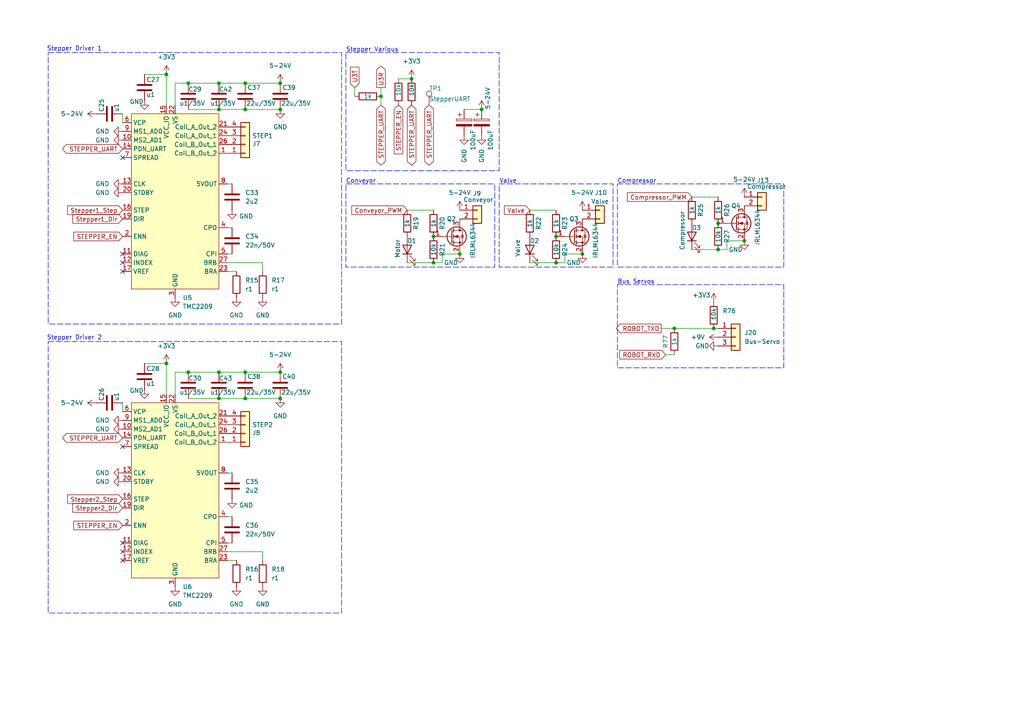
<source format=kicad_sch>
(kicad_sch (version 20250114) (generator "eeschema") (generator_version "9.0")
  (paper "A4")
  (lib_symbols
    (symbol "Connector:TestPoint" (pin_numbers (hide yes)) (pin_names (offset 0.762) (hide yes))
      (property "Reference" "TP" (at 0 6.858 0))
      (property "Value" "TestPoint" (at 0 5.08 0))
      (symbol "TestPoint_0_1"
        (circle (center 0 3.302) (radius 0.762))
      )
      (symbol "TestPoint_1_1"
        (pin passive line (at 0 0 90) (length 2.54) (name "1") (number "1"))
      )
    )
    (symbol "Connector_Generic:Conn_01x02" (pin_names (offset 1.016) (hide yes))
      (property "Reference" "J" (at 0 2.54 0))
      (property "Value" "Conn_01x02" (at 0 -5.08 0))
      (symbol "Conn_01x02_1_1"
        (rectangle (start -1.27 1.27) (end 1.27 -3.81) (stroke (width 0.254)) (fill (type background)))
        (rectangle (start -1.27 0.127) (end 0 -0.127) (stroke (width 0.1524)))
        (rectangle (start -1.27 -2.413) (end 0 -2.667) (stroke (width 0.1524)))
        (pin passive line (at -5.08 0 0) (length 3.81) (name "Pin_1") (number "1"))
        (pin passive line (at -5.08 -2.54 0) (length 3.81) (name "Pin_2") (number "2"))
      )
    )
    (symbol "Connector_Generic:Conn_01x03" (pin_names (offset 1.016) (hide yes))
      (property "Reference" "J" (at 0 5.08 0))
      (property "Value" "Conn_01x03" (at 0 -5.08 0))
      (symbol "Conn_01x03_1_1"
        (rectangle (start -1.27 3.81) (end 1.27 -3.81) (stroke (width 0.254)) (fill (type background)))
        (rectangle (start -1.27 2.667) (end 0 2.413) (stroke (width 0.1524)))
        (rectangle (start -1.27 0.127) (end 0 -0.127) (stroke (width 0.1524)))
        (rectangle (start -1.27 -2.413) (end 0 -2.667) (stroke (width 0.1524)))
        (pin passive line (at -5.08 2.54 0) (length 3.81) (name "Pin_1") (number "1"))
        (pin passive line (at -5.08 0 0) (length 3.81) (name "Pin_2") (number "2"))
        (pin passive line (at -5.08 -2.54 0) (length 3.81) (name "Pin_3") (number "3"))
      )
    )
    (symbol "Connector_Generic:Conn_01x04" (pin_names (offset 1.016) (hide yes))
      (property "Reference" "J" (at 0 5.08 0))
      (property "Value" "Conn_01x04" (at 0 -7.62 0))
      (symbol "Conn_01x04_1_1"
        (rectangle (start -1.27 3.81) (end 1.27 -6.35) (stroke (width 0.254)) (fill (type background)))
        (rectangle (start -1.27 2.667) (end 0 2.413) (stroke (width 0.1524)))
        (rectangle (start -1.27 0.127) (end 0 -0.127) (stroke (width 0.1524)))
        (rectangle (start -1.27 -2.413) (end 0 -2.667) (stroke (width 0.1524)))
        (rectangle (start -1.27 -4.953) (end 0 -5.207) (stroke (width 0.1524)))
        (pin passive line (at -5.08 2.54 0) (length 3.81) (name "Pin_1") (number "1"))
        (pin passive line (at -5.08 0 0) (length 3.81) (name "Pin_2") (number "2"))
        (pin passive line (at -5.08 -2.54 0) (length 3.81) (name "Pin_3") (number "3"))
        (pin passive line (at -5.08 -5.08 0) (length 3.81) (name "Pin_4") (number "4"))
      )
    )
    (symbol "Device:C" (pin_numbers (hide yes)) (pin_names (offset 0.254))
      (property "Reference" "C" (at 0.635 2.54 0))
      (property "Value" "C" (at 0.635 -2.54 0))
      (symbol "C_0_1"
        (polyline (pts (xy -2.032 0.762) (xy 2.032 0.762)) (stroke (width 0.508)))
        (polyline (pts (xy -2.032 -0.762) (xy 2.032 -0.762)) (stroke (width 0.508)))
      )
      (symbol "C_1_1"
        (pin passive line (at 0 3.81 270) (length 2.794) (name "~") (number "1"))
        (pin passive line (at 0 -3.81 90) (length 2.794) (name "~") (number "2"))
      )
    )
    (symbol "Device:C_Polarized" (pin_numbers (hide yes)) (pin_names (offset 0.254))
      (property "Reference" "C" (at 0.635 2.54 0))
      (property "Value" "C_Polarized" (at 0.635 -2.54 0))
      (symbol "C_Polarized_0_1"
        (rectangle (start -2.286 0.508) (end 2.286 1.016))
        (polyline (pts (xy -1.778 2.286) (xy -0.762 2.286)))
        (polyline (pts (xy -1.27 2.794) (xy -1.27 1.778)))
        (rectangle (start 2.286 -0.508) (end -2.286 -1.016) (fill (type outline)))
      )
      (symbol "C_Polarized_1_1"
        (pin passive line (at 0 3.81 270) (length 2.794) (name "~") (number "1"))
        (pin passive line (at 0 -3.81 90) (length 2.794) (name "~") (number "2"))
      )
    )
    (symbol "Device:LED" (pin_numbers (hide yes)) (pin_names (offset 1.016) (hide yes))
      (property "Reference" "D" (at 0 2.54 0))
      (property "Value" "LED" (at 0 -2.54 0))
      (symbol "LED_0_1"
        (polyline (pts (xy -3.048 -0.762) (xy -4.572 -2.286) (xy -3.81 -2.286) (xy -4.572 -2.286) (xy -4.572 -1.524)))
        (polyline (pts (xy -1.778 -0.762) (xy -3.302 -2.286) (xy -2.54 -2.286) (xy -3.302 -2.286) (xy -3.302 -1.524)))
        (polyline (pts (xy -1.27 0) (xy 1.27 0)))
        (polyline (pts (xy -1.27 -1.27) (xy -1.27 1.27)) (stroke (width 0.254)))
        (polyline (pts (xy 1.27 -1.27) (xy 1.27 1.27) (xy -1.27 0) (xy 1.27 -1.27)) (stroke (width 0.254)))
      )
      (symbol "LED_1_1"
        (pin passive line (at -3.81 0 0) (length 2.54) (name "K") (number "1"))
        (pin passive line (at 3.81 0 180) (length 2.54) (name "A") (number "2"))
      )
    )
    (symbol "Device:R" (pin_numbers (hide yes)) (pin_names (offset 0))
      (property "Reference" "R" (at 2.032 0 90))
      (property "Value" "R" (at 0 0 90))
      (symbol "R_0_1"
        (rectangle (start -1.016 -2.54) (end 1.016 2.54) (stroke (width 0.254)))
      )
      (symbol "R_1_1"
        (pin passive line (at 0 3.81 270) (length 1.27) (name "~") (number "1"))
        (pin passive line (at 0 -3.81 90) (length 1.27) (name "~") (number "2"))
      )
    )
    (symbol "IRLML0030_1" (pin_names (offset 0) (hide yes))
      (property "Reference" "Q" (at 5.08 1.905 0))
      (property "Value" "IRLML0030" (at 5.08 0 0))
      (symbol "IRLML0030_1_0_1"
        (polyline (pts (xy 0.254 1.905) (xy 0.254 -1.905)) (stroke (width 0.254)))
        (polyline (pts (xy 0.254 0) (xy -2.54 0)))
        (polyline (pts (xy 0.762 2.286) (xy 0.762 1.27)) (stroke (width 0.254)))
        (polyline (pts (xy 0.762 0.508) (xy 0.762 -0.508)) (stroke (width 0.254)))
        (polyline (pts (xy 0.762 -1.27) (xy 0.762 -2.286)) (stroke (width 0.254)))
        (polyline (pts (xy 0.762 -1.778) (xy 3.302 -1.778) (xy 3.302 1.778) (xy 0.762 1.778)))
        (polyline (pts (xy 1.016 0) (xy 2.032 0.381) (xy 2.032 -0.381) (xy 1.016 0)) (fill (type outline)))
        (circle (center 1.651 0) (radius 2.794) (stroke (width 0.254)))
        (polyline (pts (xy 2.54 2.54) (xy 2.54 1.778)))
        (circle (center 2.54 1.778) (radius 0.254) (fill (type outline)))
        (circle (center 2.54 -1.778) (radius 0.254) (fill (type outline)))
        (polyline (pts (xy 2.54 -2.54) (xy 2.54 0) (xy 0.762 0)))
        (polyline (pts (xy 2.921 0.381) (xy 3.683 0.381)))
        (polyline (pts (xy 3.302 0.381) (xy 2.921 -0.254) (xy 3.683 -0.254) (xy 3.302 0.381)))
      )
      (symbol "IRLML0030_1_1_1"
        (pin input line (at -5.08 0 0) (length 2.54) (name "G") (number "1"))
        (pin passive line (at 2.54 5.08 270) (length 2.54) (name "D") (number "3"))
        (pin passive line (at 2.54 -5.08 90) (length 2.54) (name "S") (number "2"))
      )
    )
    (symbol "IRLML0030_2" (pin_names (offset 0) (hide yes))
      (property "Reference" "Q" (at 5.08 1.905 0))
      (property "Value" "IRLML0030" (at 5.08 0 0))
      (symbol "IRLML0030_2_0_1"
        (polyline (pts (xy 0.254 1.905) (xy 0.254 -1.905)) (stroke (width 0.254)))
        (polyline (pts (xy 0.254 0) (xy -2.54 0)))
        (polyline (pts (xy 0.762 2.286) (xy 0.762 1.27)) (stroke (width 0.254)))
        (polyline (pts (xy 0.762 0.508) (xy 0.762 -0.508)) (stroke (width 0.254)))
        (polyline (pts (xy 0.762 -1.27) (xy 0.762 -2.286)) (stroke (width 0.254)))
        (polyline (pts (xy 0.762 -1.778) (xy 3.302 -1.778) (xy 3.302 1.778) (xy 0.762 1.778)))
        (polyline (pts (xy 1.016 0) (xy 2.032 0.381) (xy 2.032 -0.381) (xy 1.016 0)) (fill (type outline)))
        (circle (center 1.651 0) (radius 2.794) (stroke (width 0.254)))
        (polyline (pts (xy 2.54 2.54) (xy 2.54 1.778)))
        (circle (center 2.54 1.778) (radius 0.254) (fill (type outline)))
        (circle (center 2.54 -1.778) (radius 0.254) (fill (type outline)))
        (polyline (pts (xy 2.54 -2.54) (xy 2.54 0) (xy 0.762 0)))
        (polyline (pts (xy 2.921 0.381) (xy 3.683 0.381)))
        (polyline (pts (xy 3.302 0.381) (xy 2.921 -0.254) (xy 3.683 -0.254) (xy 3.302 0.381)))
      )
      (symbol "IRLML0030_2_1_1"
        (pin input line (at -5.08 0 0) (length 2.54) (name "G") (number "1"))
        (pin passive line (at 2.54 5.08 270) (length 2.54) (name "D") (number "3"))
        (pin passive line (at 2.54 -5.08 90) (length 2.54) (name "S") (number "2"))
      )
    )
    (symbol "LED_1" (pin_numbers (hide yes)) (pin_names (offset 1.016) (hide yes))
      (property "Reference" "D" (at 0 2.54 0))
      (property "Value" "LED" (at 0 -2.54 0))
      (symbol "LED_1_0_1"
        (polyline (pts (xy -3.048 -0.762) (xy -4.572 -2.286) (xy -3.81 -2.286) (xy -4.572 -2.286) (xy -4.572 -1.524)))
        (polyline (pts (xy -1.778 -0.762) (xy -3.302 -2.286) (xy -2.54 -2.286) (xy -3.302 -2.286) (xy -3.302 -1.524)))
        (polyline (pts (xy -1.27 0) (xy 1.27 0)))
        (polyline (pts (xy -1.27 -1.27) (xy -1.27 1.27)) (stroke (width 0.254)))
        (polyline (pts (xy 1.27 -1.27) (xy 1.27 1.27) (xy -1.27 0) (xy 1.27 -1.27)) (stroke (width 0.254)))
      )
      (symbol "LED_1_1_1"
        (pin passive line (at -3.81 0 0) (length 2.54) (name "K") (number "1"))
        (pin passive line (at 3.81 0 180) (length 2.54) (name "A") (number "2"))
      )
    )
    (symbol "LED_2" (pin_numbers (hide yes)) (pin_names (offset 1.016) (hide yes))
      (property "Reference" "D" (at 0 2.54 0))
      (property "Value" "LED" (at 0 -2.54 0))
      (symbol "LED_2_0_1"
        (polyline (pts (xy -3.048 -0.762) (xy -4.572 -2.286) (xy -3.81 -2.286) (xy -4.572 -2.286) (xy -4.572 -1.524)))
        (polyline (pts (xy -1.778 -0.762) (xy -3.302 -2.286) (xy -2.54 -2.286) (xy -3.302 -2.286) (xy -3.302 -1.524)))
        (polyline (pts (xy -1.27 0) (xy 1.27 0)))
        (polyline (pts (xy -1.27 -1.27) (xy -1.27 1.27)) (stroke (width 0.254)))
        (polyline (pts (xy 1.27 -1.27) (xy 1.27 1.27) (xy -1.27 0) (xy 1.27 -1.27)) (stroke (width 0.254)))
      )
      (symbol "LED_2_1_1"
        (pin passive line (at -3.81 0 0) (length 2.54) (name "K") (number "1"))
        (pin passive line (at 3.81 0 180) (length 2.54) (name "A") (number "2"))
      )
    )
    (symbol "Transistor_FET:IRLML0030" (pin_names (offset 0) (hide yes))
      (property "Reference" "Q" (at 5.08 1.905 0))
      (property "Value" "IRLML0030" (at 5.08 0 0))
      (symbol "IRLML0030_0_1"
        (polyline (pts (xy 0.254 1.905) (xy 0.254 -1.905)) (stroke (width 0.254)))
        (polyline (pts (xy 0.254 0) (xy -2.54 0)))
        (polyline (pts (xy 0.762 2.286) (xy 0.762 1.27)) (stroke (width 0.254)))
        (polyline (pts (xy 0.762 0.508) (xy 0.762 -0.508)) (stroke (width 0.254)))
        (polyline (pts (xy 0.762 -1.27) (xy 0.762 -2.286)) (stroke (width 0.254)))
        (polyline (pts (xy 0.762 -1.778) (xy 3.302 -1.778) (xy 3.302 1.778) (xy 0.762 1.778)))
        (polyline (pts (xy 1.016 0) (xy 2.032 0.381) (xy 2.032 -0.381) (xy 1.016 0)) (fill (type outline)))
        (circle (center 1.651 0) (radius 2.794) (stroke (width 0.254)))
        (polyline (pts (xy 2.54 2.54) (xy 2.54 1.778)))
        (circle (center 2.54 1.778) (radius 0.254) (fill (type outline)))
        (circle (center 2.54 -1.778) (radius 0.254) (fill (type outline)))
        (polyline (pts (xy 2.54 -2.54) (xy 2.54 0) (xy 0.762 0)))
        (polyline (pts (xy 2.921 0.381) (xy 3.683 0.381)))
        (polyline (pts (xy 3.302 0.381) (xy 2.921 -0.254) (xy 3.683 -0.254) (xy 3.302 0.381)))
      )
      (symbol "IRLML0030_1_1"
        (pin input line (at -5.08 0 0) (length 2.54) (name "G") (number "1"))
        (pin passive line (at 2.54 5.08 270) (length 2.54) (name "D") (number "3"))
        (pin passive line (at 2.54 -5.08 90) (length 2.54) (name "S") (number "2"))
      )
    )
    (symbol "liebler_SEMICONDUCTORS:TMC2209"
      (property "Reference" "U" (at -12.7 -26.67 0))
      (property "Value" "TMC2209" (at 7.62 -26.67 0))
      (symbol "TMC2209_1_1"
        (rectangle (start -12.7 25.4) (end 12.7 -25.4) (fill (type background)))
        (pin passive line (at -15.24 22.86 0) (length 2.54) (name "VCP") (number "6"))
        (pin input line (at -15.24 20.32 0) (length 2.54) (name "MS1_AD0") (number "9"))
        (pin input line (at -15.24 17.78 0) (length 2.54) (name "MS2_AD1") (number "10"))
        (pin bidirectional line (at -15.24 15.24 0) (length 2.54) (name "PDN_UART") (number "14"))
        (pin input line (at -15.24 12.7 0) (length 2.54) (name "SPREAD") (number "7"))
        (pin input line (at -15.24 5.08 0) (length 2.54) (name "CLK") (number "13"))
        (pin input line (at -15.24 2.54 0) (length 2.54) (name "STDBY") (number "20"))
        (pin input line (at -15.24 -2.54 0) (length 2.54) (name "STEP") (number "16"))
        (pin input line (at -15.24 -5.08 0) (length 2.54) (name "DIR") (number "19"))
        (pin input line (at -15.24 -10.16 0) (length 2.54) (name "ENN") (number "2"))
        (pin output line (at -15.24 -15.24 0) (length 2.54) (name "DIAG") (number "11"))
        (pin output line (at -15.24 -17.78 0) (length 2.54) (name "INDEX") (number "12"))
        (pin input line (at -15.24 -20.32 0) (length 2.54) (name "VREF") (number "17"))
        (pin power_in line (at -2.54 27.94 270) (length 2.54) (name "VCC_IO") (number "15"))
        (pin power_in line (at 0 27.94 270) (length 2.54) (name "VS") (number "22"))
        (pin passive line (at 0 27.94 270) (length 2.54) (hide yes) (name "VS") (number "28"))
        (pin passive line (at 0 -27.94 90) (length 2.54) (hide yes) (name "GND") (number "18"))
        (pin passive line (at 0 -27.94 90) (length 2.54) (hide yes) (name "GND") (number "25"))
        (pin passive line (at 0 -27.94 90) (length 2.54) (hide yes) (name "PAD") (number "29"))
        (pin power_in line (at 0 -27.94 90) (length 2.54) (name "GND") (number "3"))
        (pin output line (at 15.24 21.59 180) (length 2.54) (name "Coil_A_Out_2") (number "21"))
        (pin output line (at 15.24 19.05 180) (length 2.54) (name "Coil_A_Out_1") (number "24"))
        (pin output line (at 15.24 16.51 180) (length 2.54) (name "Coil_B_Out_1") (number "26"))
        (pin output line (at 15.24 13.97 180) (length 2.54) (name "Coil_B_Out_2") (number "1"))
        (pin power_out line (at 15.24 5.08 180) (length 2.54) (name "5VOUT") (number "8"))
        (pin passive line (at 15.24 -7.62 180) (length 2.54) (name "CPO") (number "4"))
        (pin passive line (at 15.24 -15.24 180) (length 2.54) (name "CPI") (number "5"))
        (pin passive line (at 15.24 -17.78 180) (length 2.54) (name "BRB") (number "27"))
        (pin passive line (at 15.24 -20.32 180) (length 2.54) (name "BRA") (number "23"))
      )
    )
    (symbol "power:+3V3" (power) (pin_numbers (hide yes)) (pin_names (offset 0) (hide yes))
      (property "Value" "+3V3" (at 0 3.556 0))
      (symbol "+3V3_0_1"
        (polyline (pts (xy -0.762 1.27) (xy 0 2.54)))
        (polyline (pts (xy 0 2.54) (xy 0.762 1.27)))
        (polyline (pts (xy 0 0) (xy 0 2.54)))
      )
      (symbol "+3V3_1_1"
        (pin power_in line (at 0 0 90) (length 0) (name "~") (number "1"))
      )
    )
    (symbol "power:+9V" (power) (pin_numbers (hide yes)) (pin_names (offset 0) (hide yes))
      (property "Value" "+9V" (at 0 3.556 0))
      (symbol "+9V_0_1"
        (polyline (pts (xy -0.762 1.27) (xy 0 2.54)))
        (polyline (pts (xy 0 2.54) (xy 0.762 1.27)))
        (polyline (pts (xy 0 0) (xy 0 2.54)))
      )
      (symbol "+9V_1_1"
        (pin power_in line (at 0 0 90) (length 0) (name "~") (number "1"))
      )
    )
    (symbol "power:+VSW" (power) (pin_numbers (hide yes)) (pin_names (offset 0) (hide yes))
      (property "Value" "+VSW" (at 0 3.556 0))
      (symbol "+VSW_0_1"
        (polyline (pts (xy -0.762 1.27) (xy 0 2.54)))
        (polyline (pts (xy 0 2.54) (xy 0.762 1.27)))
        (polyline (pts (xy 0 0) (xy 0 2.54)))
      )
      (symbol "+VSW_1_1"
        (pin power_in line (at 0 0 90) (length 0) (name "~") (number "1"))
      )
    )
    (symbol "power:GND" (power) (pin_numbers (hide yes)) (pin_names (offset 0) (hide yes))
      (property "Value" "GND" (at 0 -3.81 0))
      (symbol "GND_0_1"
        (polyline (pts (xy 0 0) (xy 0 -1.27) (xy 1.27 -1.27) (xy 0 -2.54) (xy -1.27 -1.27) (xy 0 -1.27)))
      )
      (symbol "GND_1_1"
        (pin power_in line (at 0 0 270) (length 0) (name "~") (number "1"))
      )
    )
  )
  (rectangle (start 100.33 15.24) (end 144.78 49.53) (stroke (width 0) (type dash)))
  (rectangle (start 179.07 82.55) (end 227.33 106.68) (stroke (width 0) (type dash)))
  (rectangle (start 179.07 53.34) (end 227.33 77.47) (stroke (width 0) (type dash)))
  (rectangle (start 13.97 99.06) (end 99.06 177.8) (stroke (width 0) (type dash)))
  (rectangle (start 144.78 53.34) (end 177.8 77.47) (stroke (width 0) (type dash)))
  (rectangle (start 100.33 53.34) (end 143.51 77.47) (stroke (width 0) (type dash)))
  (rectangle (start 13.97 15.24) (end 99.06 93.98) (stroke (width 0) (type dash)))
  (text "Stepper Driver 2" (at 21.59 98.044 0) (effects (font (size 1.27 1.27))))
  (text "Valve" (at 144.78 53.34 0) (effects (font (size 1.27 1.27)) (justify left bottom)))
  (text "Stepper Various" (at 100.33 15.24 0) (effects (font (size 1.27 1.27)) (justify left bottom)))
  (text "Bus Servos" (at 179.07 82.55 0) (effects (font (size 1.27 1.27)) (justify left bottom)))
  (text "Stepper Driver 1" (at 21.59 14.224 0) (effects (font (size 1.27 1.27))))
  (text "Conveyor" (at 100.33 53.34 0) (effects (font (size 1.27 1.27)) (justify left bottom)))
  (text "Compressor" (at 179.07 53.34 0) (effects (font (size 1.27 1.27)) (justify left bottom)))
  (junction (at 208.28 72.39))
  (junction (at 125.73 76.2))
  (junction (at 63.5 31.75))
  (junction (at 71.12 115.57))
  (junction (at 48.26 21.59))
  (junction (at 168.91 73.66))
  (junction (at 161.29 76.2))
  (junction (at 54.61 107.95))
  (junction (at 71.12 24.13))
  (junction (at 195.58 95.25))
  (junction (at 119.38 22.86))
  (junction (at 71.12 31.75))
  (junction (at 63.5 24.13))
  (junction (at 125.73 68.58))
  (junction (at 63.5 107.95))
  (junction (at 48.26 105.41))
  (junction (at 81.28 24.13))
  (junction (at 139.7 31.75))
  (junction (at 54.61 24.13))
  (junction (at 71.12 107.95))
  (junction (at 133.35 73.66))
  (junction (at 208.28 64.77))
  (junction (at 63.5 115.57))
  (junction (at 81.28 31.75))
  (junction (at 215.9 69.85))
  (junction (at 81.28 115.57))
  (junction (at 207.01 95.25))
  (junction (at 81.28 107.95))
  (junction (at 161.29 68.58))
  (junction (at 110.49 27.94))
  (no_connect (at 35.56 162.56))
  (no_connect (at 35.56 45.72))
  (no_connect (at 35.56 160.02))
  (no_connect (at 35.56 78.74))
  (no_connect (at 35.56 76.2))
  (no_connect (at 35.56 157.48))
  (no_connect (at 35.56 129.54))
  (no_connect (at 35.56 73.66))
  (wire (pts (xy 207.01 95.25) (xy 208.28 95.25)))
  (wire (pts (xy 110.49 27.94) (xy 110.49 25.4)))
  (wire (pts (xy 163.83 73.66) (xy 163.83 76.2)))
  (wire (pts (xy 153.67 76.2) (xy 161.29 76.2)))
  (wire (pts (xy 168.91 73.66) (xy 163.83 73.66)))
  (wire (pts (xy 118.11 60.96) (xy 125.73 60.96)))
  (wire (pts (xy 63.5 107.95) (xy 71.12 107.95)))
  (wire (pts (xy 128.27 73.66) (xy 128.27 76.2)))
  (wire (pts (xy 81.28 24.13) (xy 71.12 24.13)))
  (wire (pts (xy 50.8 24.13) (xy 54.61 24.13)))
  (wire (pts (xy 35.56 33.02) (xy 35.56 35.56)))
  (wire (pts (xy 71.12 115.57) (xy 81.28 115.57)))
  (wire (pts (xy 193.04 102.87) (xy 195.58 102.87)))
  (wire (pts (xy 102.87 25.4) (xy 102.87 27.94)))
  (wire (pts (xy 66.04 162.56) (xy 68.58 162.56)))
  (wire (pts (xy 63.5 115.57) (xy 71.12 115.57)))
  (wire (pts (xy 71.12 31.75) (xy 81.28 31.75)))
  (wire (pts (xy 66.04 78.74) (xy 68.58 78.74)))
  (wire (pts (xy 54.61 115.57) (xy 63.5 115.57)))
  (wire (pts (xy 66.04 137.16) (xy 67.31 137.16)))
  (wire (pts (xy 76.2 160.02) (xy 76.2 162.56)))
  (wire (pts (xy 200.66 57.15) (xy 208.28 57.15)))
  (wire (pts (xy 200.66 72.39) (xy 208.28 72.39)))
  (wire (pts (xy 66.04 66.04) (xy 67.31 66.04)))
  (wire (pts (xy 81.28 107.95) (xy 71.12 107.95)))
  (wire (pts (xy 128.27 76.2) (xy 125.73 76.2)))
  (wire (pts (xy 139.7 31.75) (xy 134.62 31.75)))
  (wire (pts (xy 66.04 76.2) (xy 76.2 76.2)))
  (wire (pts (xy 48.26 30.48) (xy 48.26 21.59)))
  (wire (pts (xy 54.61 107.95) (xy 63.5 107.95)))
  (wire (pts (xy 48.26 114.3) (xy 48.26 105.41)))
  (wire (pts (xy 115.57 22.86) (xy 119.38 22.86)))
  (wire (pts (xy 50.8 107.95) (xy 54.61 107.95)))
  (wire (pts (xy 191.77 95.25) (xy 195.58 95.25)))
  (wire (pts (xy 133.35 73.66) (xy 128.27 73.66)))
  (wire (pts (xy 76.2 76.2) (xy 76.2 78.74)))
  (wire (pts (xy 210.82 72.39) (xy 208.28 72.39)))
  (wire (pts (xy 63.5 31.75) (xy 71.12 31.75)))
  (wire (pts (xy 48.26 21.59) (xy 41.91 21.59)))
  (wire (pts (xy 215.9 69.85) (xy 210.82 69.85)))
  (wire (pts (xy 54.61 31.75) (xy 63.5 31.75)))
  (wire (pts (xy 48.26 105.41) (xy 41.91 105.41)))
  (wire (pts (xy 66.04 160.02) (xy 76.2 160.02)))
  (wire (pts (xy 50.8 114.3) (xy 50.8 107.95)))
  (wire (pts (xy 66.04 53.34) (xy 67.31 53.34)))
  (wire (pts (xy 110.49 30.48) (xy 110.49 27.94)))
  (wire (pts (xy 153.67 60.96) (xy 161.29 60.96)))
  (wire (pts (xy 195.58 95.25) (xy 207.01 95.25)))
  (wire (pts (xy 163.83 76.2) (xy 161.29 76.2)))
  (wire (pts (xy 63.5 24.13) (xy 71.12 24.13)))
  (wire (pts (xy 35.56 116.84) (xy 35.56 119.38)))
  (wire (pts (xy 50.8 30.48) (xy 50.8 24.13)))
  (wire (pts (xy 118.11 76.2) (xy 125.73 76.2)))
  (wire (pts (xy 66.04 73.66) (xy 67.31 73.66)))
  (wire (pts (xy 66.04 157.48) (xy 67.31 157.48)))
  (wire (pts (xy 210.82 69.85) (xy 210.82 72.39)))
  (wire (pts (xy 54.61 24.13) (xy 63.5 24.13)))
  (wire (pts (xy 66.04 149.86) (xy 67.31 149.86)))
  (global_label "ROBOT_RXD" (shape input) (at 193.04 102.87 180) (property "Intersheetrefs" "${INTERSHEET_REFS}" (effects (hide yes))))
  (global_label "U3R" (shape output) (at 110.49 25.4 90) (property "Intersheetrefs" "${INTERSHEET_REFS}" (effects (hide yes))))
  (global_label "STEPPER_UART" (shape bidirectional) (at 110.49 30.48 270) (property "Intersheetrefs" "${INTERSHEET_REFS}" (effects (hide yes))))
  (global_label "STEPPER_UART" (shape bidirectional) (at 124.46 30.48 270) (property "Intersheetrefs" "${INTERSHEET_REFS}" (effects (hide yes))))
  (global_label "Conveyor_PWM" (shape input) (at 118.11 60.96 180) (property "Intersheetrefs" "${INTERSHEET_REFS}" (effects (hide yes))))
  (global_label "Stepper1_Step" (shape input) (at 35.56 60.96 180) (property "Intersheetrefs" "${INTERSHEET_REFS}" (effects (hide yes))))
  (global_label "Stepper2_Dir" (shape input) (at 35.56 147.32 180) (property "Intersheetrefs" "${INTERSHEET_REFS}" (effects (hide yes))))
  (global_label "Compressor_PWM" (shape input) (at 200.66 57.15 180) (property "Intersheetrefs" "${INTERSHEET_REFS}" (effects (hide yes))))
  (global_label "STEPPER_UART" (shape bidirectional) (at 35.56 43.18 180) (property "Intersheetrefs" "${INTERSHEET_REFS}" (effects (hide yes))))
  (global_label "STEPPER_UART" (shape bidirectional) (at 119.38 30.48 270) (property "Intersheetrefs" "${INTERSHEET_REFS}" (effects (hide yes))))
  (global_label "Valve" (shape input) (at 153.67 60.96 180) (property "Intersheetrefs" "${INTERSHEET_REFS}" (effects (hide yes))))
  (global_label "Stepper1_Dir" (shape input) (at 35.56 63.5 180) (property "Intersheetrefs" "${INTERSHEET_REFS}" (effects (hide yes))))
  (global_label "Stepper2_Step" (shape input) (at 35.56 144.78 180) (property "Intersheetrefs" "${INTERSHEET_REFS}" (effects (hide yes))))
  (global_label "STEPPER_EN" (shape input) (at 35.56 152.4 180) (property "Intersheetrefs" "${INTERSHEET_REFS}" (effects (hide yes))))
  (global_label "ROBOT_TXD" (shape output) (at 191.77 95.25 180) (property "Intersheetrefs" "${INTERSHEET_REFS}" (effects (hide yes))))
  (global_label "STEPPER_EN" (shape input) (at 115.57 30.48 270) (property "Intersheetrefs" "${INTERSHEET_REFS}" (effects (hide yes))))
  (global_label "STEPPER_EN" (shape input) (at 35.56 68.58 180) (property "Intersheetrefs" "${INTERSHEET_REFS}" (effects (hide yes))))
  (global_label "STEPPER_UART" (shape bidirectional) (at 35.56 127 180) (property "Intersheetrefs" "${INTERSHEET_REFS}" (effects (hide yes))))
  (global_label "U3T" (shape input) (at 102.87 25.4 90) (property "Intersheetrefs" "${INTERSHEET_REFS}" (effects (hide yes))))
  (symbol (lib_id "Device:C") (at 54.61 111.76 0) (unit 1)
    (property "Reference" "C30" (at 54.61 109.728 0) (effects (justify left)))
    (property "Value" "u1/35V" (at 52.07 113.792 0) (effects (justify left)))
    (property "Footprint" "Capacitor_SMD:C_0805_2012Metric" (effects (hide yes)))
    (property "Description" "Unpolarized capacitor" (effects (hide yes)))
    (property "MPN" "CC0603KRX7R9BB104" (effects (hide yes)))
    (property "Manufacturer" "YAGEO" (effects (hide yes)))
  )
  (symbol (lib_id "Device:R") (at 106.68 27.94 90) (unit 1)
    (property "Reference" "R1" (effects (hide yes)))
    (property "Value" "1k" (at 106.68 27.94 90))
    (property "Footprint" "Resistor_SMD:R_0402_1005Metric" (effects (hide yes)))
    (property "Description" "Resistor" (effects (hide yes)))
  )
  (symbol (lib_id "Device:C_Polarized") (at 134.62 35.56 0) (unit 1)
    (property "Reference" "C24" (effects (hide yes)))
    (property "Value" "100uF" (at 137.16 40.64 90))
    (property "Footprint" "Capacitor_THT:CP_Radial_D6.3mm_P2.50mm" (effects (hide yes)))
    (property "Description" "Polarized capacitor" (effects (hide yes)))
  )
  (symbol (lib_id "Device:R") (at 195.58 99.06 180) (unit 1)
    (property "Reference" "R77" (at 193.04 99.06 90))
    (property "Value" "1k" (at 195.58 99.06 90))
    (property "Footprint" "Resistor_SMD:R_0805_2012Metric_Pad1.20x1.40mm_HandSolder" (effects (hide yes)))
  )
  (symbol (lib_id "Device:C") (at 71.12 27.94 180) (unit 1)
    (property "Reference" "C37" (at 73.66 25.4 0))
    (property "Value" "22u/35V" (at 75.692 29.972 0))
    (property "Footprint" "Capacitor_SMD:C_0805_2012Metric" (effects (hide yes)))
    (property "MPN" "CGA0805X5R226M350MT" (effects (hide yes)))
    (property "Manufacturer" "HRE" (effects (hide yes)))
  )
  (symbol (lib_id "Device:C") (at 31.75 33.02 90) (unit 1)
    (property "Reference" "C25" (at 29.464 32.512 0) (effects (justify left)))
    (property "Value" "u1" (at 33.782 32.512 0) (effects (justify left)))
    (property "Footprint" "Capacitor_SMD:C_0805_2012Metric" (effects (hide yes)))
    (property "Description" "Unpolarized capacitor" (effects (hide yes)))
    (property "MPN" "GRM033R61A104KE15D" (effects (hide yes)))
    (property "Manufacturer" "Murata Electronics" (effects (hide yes)))
  )
  (symbol (lib_id "Device:C") (at 81.28 111.76 180) (unit 1)
    (property "Reference" "C40" (at 83.82 109.22 0))
    (property "Value" "22u/35V" (at 85.852 113.792 0))
    (property "Footprint" "Capacitor_SMD:C_0805_2012Metric" (effects (hide yes)))
    (property "MPN" "CGA0805X5R226M350MT" (effects (hide yes)))
    (property "Manufacturer" "HRE" (effects (hide yes)))
  )
  (symbol (lib_id "Device:R") (at 68.58 166.37 0) (unit 1)
    (property "Reference" "R16" (at 71.12 165.0999 0) (effects (justify left)))
    (property "Value" "r1" (at 71.12 167.6399 0) (effects (justify left)))
    (property "Footprint" "Resistor_SMD:R_1206_3216Metric" (effects (hide yes)))
    (property "Description" "Resistor" (effects (hide yes)))
    (property "MPN" "FRM121WFR100TM" (effects (hide yes)))
    (property "Manufacturer" " FOJAN" (effects (hide yes)))
  )
  (symbol (lib_id "Connector_Generic:Conn_01x03") (at 213.36 97.79 0) (unit 1)
    (property "Reference" "J20" (at 215.9 96.5199 0) (effects (justify left)))
    (property "Value" "Bus-Servo" (at 215.9 99.0599 0) (effects (justify left)))
    (property "Footprint" "Connector_Molex:Molex_SPOX_5267-03A_1x03_P2.50mm_Vertical" (effects (hide yes)))
    (property "Description" "Generic connector, single row, 01x03, script generated (kicad-library-utils/schlib/autogen/connector/)" (effects (hide yes)))
    (property "MPN" "5267-03A / 22035035" (effects (hide yes)))
    (property "Manufacturer" "Molex" (effects (hide yes)))
  )
  (symbol (lib_id "power:+VSW") (at 168.91 60.96 0) (unit 1)
    (property "Reference" "#PWR078" (effects (hide yes)))
    (property "Value" "5-24V" (at 168.91 55.88 0))
    (property "Description" "Power symbol creates a global label with name \"+VSW\"" (effects (hide yes)))
  )
  (symbol (lib_id "power:+VSW") (at 81.28 107.95 0) (unit 1)
    (property "Reference" "#PWR072" (effects (hide yes)))
    (property "Value" "5-24V" (at 81.28 102.87 0))
    (property "Description" "Power symbol creates a global label with name \"+VSW\"" (effects (hide yes)))
  )
  (symbol (lib_id "power:GND") (at 41.91 29.21 0) (unit 1)
    (property "Reference" "#PWR057" (effects (hide yes)))
    (property "Value" "GND" (at 39.624 29.464 0))
    (property "Description" "Power symbol creates a global label with name \"GND\" , ground" (effects (hide yes)))
  )
  (symbol (lib_id "liebler_SEMICONDUCTORS:TMC2209") (at 50.8 58.42 0) (unit 1)
    (property "Reference" "U5" (at 52.9941 86.36 0) (effects (justify left)))
    (property "Value" "TMC2209" (at 52.9941 88.9 0) (effects (justify left)))
    (property "Footprint" "Package_DFN_QFN:QFN-28-1EP_5x5mm_P0.5mm_EP3.75x3.75mm_ThermalVias" (effects (hide yes)))
    (property "Datasheet" "https://www.analog.com/media/en/technical-documentation/data-sheets/TMC2202_TMC2208_TMC2224_datasheet_rev1.13.pdf" (effects (hide yes)))
    (property "Description" "Standalone driver for two-phase bipolar stepper motor, 2A, 4.75… 36V, UART, internal FETs, QFN28" (effects (hide yes)))
    (property "MPN" "TMC2209-LA-T" (effects (hide yes)))
    (property "Manufacturer" "TRINAMIC Motion Control GmbH" (effects (hide yes)))
  )
  (symbol (lib_id "Device:R") (at 125.73 72.39 180) (unit 1)
    (property "Reference" "R21" (at 128.27 72.39 90))
    (property "Value" "10k" (at 125.73 72.39 90))
    (property "Footprint" "Resistor_SMD:R_0201_0603Metric" (effects (hide yes)))
    (property "MPN" "0201WMF1002TEE" (effects (hide yes)))
    (property "Manufacturer" "UNI-ROYAL(Uniroyal Elec)" (effects (hide yes)))
  )
  (symbol (lib_id "power:GND") (at 67.31 60.96 0) (unit 1)
    (property "Reference" "#PWR063" (effects (hide yes)))
    (property "Value" "GND" (at 71.374 62.738 0))
    (property "Description" "Power symbol creates a global label with name \"GND\" , ground" (effects (hide yes)))
  )
  (symbol (lib_id "power:GND") (at 41.91 113.03 0) (unit 1)
    (property "Reference" "#PWR058" (effects (hide yes)))
    (property "Value" "GND" (at 39.624 113.284 0))
    (property "Description" "Power symbol creates a global label with name \"GND\" , ground" (effects (hide yes)))
  )
  (symbol (lib_id "power:GND") (at 76.2 86.36 0) (unit 1)
    (property "Reference" "#PWR067" (effects (hide yes)))
    (property "Value" "GND" (at 76.2 91.44 0))
    (property "Description" "Power symbol creates a global label with name \"GND\" , ground" (effects (hide yes)))
  )
  (symbol (lib_id "power:+VSW") (at 215.9 57.15 0) (unit 1)
    (property "Reference" "#PWR087" (effects (hide yes)))
    (property "Value" "5-24V" (at 215.9 52.07 0))
    (property "Description" "Power symbol creates a global label with name \"+VSW\"" (effects (hide yes)))
  )
  (symbol (lib_id "power:GND") (at 76.2 170.18 0) (unit 1)
    (property "Reference" "#PWR068" (effects (hide yes)))
    (property "Value" "GND" (at 76.2 175.26 0))
    (property "Description" "Power symbol creates a global label with name \"GND\" , ground" (effects (hide yes)))
  )
  (symbol (lib_name "LED_2") (lib_id "Device:LED") (at 118.11 72.39 90) (unit 1)
    (property "Reference" "D1" (at 118.11 69.85 90) (effects (justify right)))
    (property "Value" "Motor" (at 115.316 69.342 0) (effects (justify right)))
    (property "Footprint" "liebler_OPTO:LED_1206_3216Metric_ReverseMount" (effects (hide yes)))
    (property "Description" "Light emitting diode" (effects (hide yes)))
    (property "MPN" "LTST-C230KRKT" (effects (hide yes)))
    (property "Manufacturer" "Lite-On" (effects (hide yes)))
    (property "Sim.Pins" "1=K 2=A" (effects (hide yes)))
  )
  (symbol (lib_id "power:+VSW") (at 81.28 24.13 0) (unit 1)
    (property "Reference" "#PWR071" (effects (hide yes)))
    (property "Value" "5-24V" (at 81.28 19.05 0))
    (property "Description" "Power symbol creates a global label with name \"+VSW\"" (effects (hide yes)))
  )
  (symbol (lib_id "power:+3V3") (at 119.38 22.86 0) (unit 1)
    (property "Reference" "#PWR038" (effects (hide yes)))
    (property "Value" "+3V3" (at 119.38 17.78 0))
    (property "Description" "Power symbol creates a global label with name \"+3V3\"" (effects (hide yes)))
  )
  (symbol (lib_id "power:GND") (at 35.56 38.1 270) (unit 1)
    (property "Reference" "#PWR049" (effects (hide yes)))
    (property "Value" "GND" (at 31.75 38.0999 90) (effects (justify right)))
    (property "Description" "Power symbol creates a global label with name \"GND\" , ground" (effects (hide yes)))
  )
  (symbol (lib_id "Device:R") (at 118.11 64.77 180) (unit 1)
    (property "Reference" "R19" (at 120.65 64.77 90))
    (property "Value" "1k" (at 118.11 64.77 90))
    (property "Footprint" "Resistor_SMD:R_0402_1005Metric" (effects (hide yes)))
    (property "MPN" "0402WGF1001TCE" (effects (hide yes)))
    (property "Manufacturer" "UNI-ROYAL(Uniroyal Elec)" (effects (hide yes)))
  )
  (symbol (lib_id "Device:LED") (at 200.66 68.58 90) (unit 1)
    (property "Reference" "D3" (at 200.66 66.04 90) (effects (justify right)))
    (property "Value" "Compressor" (at 197.866 61.214 0) (effects (justify right)))
    (property "Footprint" "liebler_OPTO:LED_1206_3216Metric_ReverseMount" (effects (hide yes)))
    (property "Description" "Light emitting diode" (effects (hide yes)))
    (property "MPN" "LTST-C230KRKT" (effects (hide yes)))
    (property "Manufacturer" "Lite-On" (effects (hide yes)))
    (property "Sim.Pins" "1=K 2=A" (effects (hide yes)))
  )
  (symbol (lib_id "power:GND") (at 35.56 137.16 270) (unit 1)
    (property "Reference" "#PWR055" (effects (hide yes)))
    (property "Value" "GND" (at 31.75 137.1599 90) (effects (justify right)))
    (property "Description" "Power symbol creates a global label with name \"GND\" , ground" (effects (hide yes)))
  )
  (symbol (lib_id "Connector_Generic:Conn_01x04") (at 71.12 41.91 0) (mirror x) (unit 1)
    (property "Reference" "J7" (at 73.152 41.7068 0) (effects (justify left)))
    (property "Value" "STEP1" (at 73.152 39.3954 0) (effects (justify left)))
    (property "Footprint" "liebler_CONN:JST_XH_S4B-XH-A-1_1x04_P2.50mm_Horizontal_SmallerCourtyard" (effects (hide yes)))
    (property "MPN" "XH-4AW" (effects (hide yes)))
    (property "Manufacturer" "BOOMELE(Boom Precision Elec)" (effects (hide yes)))
  )
  (symbol (lib_id "power:GND") (at 68.58 86.36 0) (unit 1)
    (property "Reference" "#PWR065" (effects (hide yes)))
    (property "Value" "GND" (at 68.58 91.44 0))
    (property "Description" "Power symbol creates a global label with name \"GND\" , ground" (effects (hide yes)))
  )
  (symbol (lib_id "power:GND") (at 67.31 144.78 0) (unit 1)
    (property "Reference" "#PWR064" (effects (hide yes)))
    (property "Value" "GND" (at 71.374 146.558 0))
    (property "Description" "Power symbol creates a global label with name \"GND\" , ground" (effects (hide yes)))
  )
  (symbol (lib_name "IRLML0030_1") (lib_id "Transistor_FET:IRLML0030") (at 130.81 68.58 0) (unit 1)
    (property "Reference" "Q2" (at 129.54 63.5 0) (effects (justify left)))
    (property "Value" "IRLML6344" (at 137.16 74.93 90) (effects (justify left)))
    (property "Footprint" "Package_TO_SOT_SMD:SOT-23" (effects (hide yes)))
    (property "Datasheet" "https://www.infineon.com/dgdl/irlml0030pbf.pdf?fileId=5546d462533600a401535664773825df" (effects (hide yes)))
    (property "Description" "5.3A Id, 30V Vds, 27mOhm Rds, N-Channel HEXFET Power MOSFET, SOT-23" (effects (hide yes)))
    (property "MPN" "AO3400" (effects (hide yes)))
    (property "Manufacturer" "GOODWORK" (effects (hide yes)))
  )
  (symbol (lib_id "power:+VSW") (at 27.94 116.84 90) (unit 1)
    (property "Reference" "#PWR046" (effects (hide yes)))
    (property "Value" "5-24V" (at 24.13 116.8399 90) (effects (justify left)))
    (property "Description" "Power symbol creates a global label with name \"+VSW\"" (effects (hide yes)))
  )
  (symbol (lib_id "Device:R") (at 115.57 26.67 0) (unit 1)
    (property "Reference" "R9" (effects (hide yes)))
    (property "Value" "10k" (at 115.57 27.94 90) (effects (justify left)))
    (property "Footprint" "Resistor_SMD:R_0201_0603Metric" (effects (hide yes)))
    (property "Description" "Resistor" (effects (hide yes)))
  )
  (symbol (lib_id "Device:R") (at 208.28 60.96 180) (unit 1)
    (property "Reference" "R26" (at 210.82 60.96 90))
    (property "Value" "1k" (at 208.28 60.96 90))
    (property "Footprint" "Resistor_SMD:R_0402_1005Metric" (effects (hide yes)))
    (property "MPN" "0402WGF1001TCE" (effects (hide yes)))
    (property "Manufacturer" "UNI-ROYAL(Uniroyal Elec)" (effects (hide yes)))
  )
  (symbol (lib_id "power:+9V") (at 208.28 97.79 90) (unit 1)
    (property "Reference" "#PWR073" (effects (hide yes)))
    (property "Value" "+9V" (at 204.47 97.7899 90) (effects (justify left)))
    (property "Description" "Power symbol creates a global label with name \"+9V\"" (effects (hide yes)))
  )
  (symbol (lib_id "Device:R") (at 76.2 82.55 0) (unit 1)
    (property "Reference" "R17" (at 78.74 81.2799 0) (effects (justify left)))
    (property "Value" "r1" (at 78.74 83.8199 0) (effects (justify left)))
    (property "Footprint" "Resistor_SMD:R_1206_3216Metric" (effects (hide yes)))
    (property "Description" "Resistor" (effects (hide yes)))
    (property "MPN" "FRM121WFR100TM" (effects (hide yes)))
    (property "Manufacturer" " FOJAN" (effects (hide yes)))
  )
  (symbol (lib_id "Device:C") (at 54.61 27.94 0) (unit 1)
    (property "Reference" "C29" (at 54.61 25.908 0) (effects (justify left)))
    (property "Value" "u1/35V" (at 52.07 29.972 0) (effects (justify left)))
    (property "Footprint" "Capacitor_SMD:C_0805_2012Metric" (effects (hide yes)))
    (property "Description" "Unpolarized capacitor" (effects (hide yes)))
    (property "MPN" "CC0603KRX7R9BB104" (effects (hide yes)))
    (property "Manufacturer" "YAGEO" (effects (hide yes)))
  )
  (symbol (lib_id "power:+VSW") (at 133.35 60.96 0) (unit 1)
    (property "Reference" "#PWR076" (effects (hide yes)))
    (property "Value" "5-24V" (at 133.35 55.88 0))
    (property "Description" "Power symbol creates a global label with name \"+VSW\"" (effects (hide yes)))
  )
  (symbol (lib_id "power:GND") (at 208.28 100.33 270) (unit 1)
    (property "Reference" "#PWR0215" (effects (hide yes)))
    (property "Value" "GND" (at 203.708 100.33 90))
    (property "Description" "Power symbol creates a global label with name \"GND\" , ground" (effects (hide yes)))
  )
  (symbol (lib_id "Device:R") (at 76.2 166.37 0) (unit 1)
    (property "Reference" "R18" (at 78.74 165.0999 0) (effects (justify left)))
    (property "Value" "r1" (at 78.74 167.6399 0) (effects (justify left)))
    (property "Footprint" "Resistor_SMD:R_1206_3216Metric" (effects (hide yes)))
    (property "Description" "Resistor" (effects (hide yes)))
    (property "MPN" "FRM121WFR100TM" (effects (hide yes)))
    (property "Manufacturer" " FOJAN" (effects (hide yes)))
  )
  (symbol (lib_id "power:GND") (at 35.56 55.88 270) (unit 1)
    (property "Reference" "#PWR052" (effects (hide yes)))
    (property "Value" "GND" (at 31.75 55.8799 90) (effects (justify right)))
    (property "Description" "Power symbol creates a global label with name \"GND\" , ground" (effects (hide yes)))
  )
  (symbol (lib_id "Device:R") (at 208.28 68.58 180) (unit 1)
    (property "Reference" "R27" (at 210.82 68.58 90))
    (property "Value" "10k" (at 208.28 68.58 90))
    (property "Footprint" "Resistor_SMD:R_0201_0603Metric" (effects (hide yes)))
    (property "MPN" "0201WMF1002TEE" (effects (hide yes)))
    (property "Manufacturer" "UNI-ROYAL(Uniroyal Elec)" (effects (hide yes)))
  )
  (symbol (lib_id "power:GND") (at 81.28 31.75 0) (unit 1)
    (property "Reference" "#PWR074" (effects (hide yes)))
    (property "Value" "GND" (at 81.28 36.83 0))
    (property "Description" "Power symbol creates a global label with name \"GND\" , ground" (effects (hide yes)))
  )
  (symbol (lib_id "Device:C_Polarized") (at 139.7 35.56 0) (unit 1)
    (property "Reference" "C23" (effects (hide yes)))
    (property "Value" "100uF" (at 142.24 40.64 90))
    (property "Footprint" "Capacitor_THT:CP_Radial_D6.3mm_P2.50mm" (effects (hide yes)))
    (property "Description" "Polarized capacitor" (effects (hide yes)))
  )
  (symbol (lib_id "Device:R") (at 125.73 64.77 180) (unit 1)
    (property "Reference" "R20" (at 128.27 64.77 90))
    (property "Value" "1k" (at 125.73 64.77 90))
    (property "Footprint" "Resistor_SMD:R_0402_1005Metric" (effects (hide yes)))
    (property "MPN" "0402WGF1001TCE" (effects (hide yes)))
    (property "Manufacturer" "UNI-ROYAL(Uniroyal Elec)" (effects (hide yes)))
  )
  (symbol (lib_id "liebler_SEMICONDUCTORS:TMC2209") (at 50.8 142.24 0) (unit 1)
    (property "Reference" "U6" (at 52.9941 170.18 0) (effects (justify left)))
    (property "Value" "TMC2209" (at 52.9941 172.72 0) (effects (justify left)))
    (property "Footprint" "Package_DFN_QFN:QFN-28-1EP_5x5mm_P0.5mm_EP3.75x3.75mm_ThermalVias" (effects (hide yes)))
    (property "Datasheet" "https://www.analog.com/media/en/technical-documentation/data-sheets/TMC2202_TMC2208_TMC2224_datasheet_rev1.13.pdf" (effects (hide yes)))
    (property "Description" "Standalone driver for two-phase bipolar stepper motor, 2A, 4.75… 36V, UART, internal FETs, QFN28" (effects (hide yes)))
    (property "MPN" "TMC2209-LA-T" (effects (hide yes)))
    (property "Manufacturer" "TRINAMIC Motion Control GmbH" (effects (hide yes)))
  )
  (symbol (lib_id "power:+3V3") (at 48.26 105.41 0) (unit 1)
    (property "Reference" "#PWR060" (effects (hide yes)))
    (property "Value" "+3V3" (at 48.26 100.33 0))
    (property "Description" "Power symbol creates a global label with name \"+3V3\"" (effects (hide yes)))
  )
  (symbol (lib_id "power:+VSW") (at 27.94 33.02 90) (unit 1)
    (property "Reference" "#PWR045" (effects (hide yes)))
    (property "Value" "5-24V" (at 24.13 33.0199 90) (effects (justify left)))
    (property "Description" "Power symbol creates a global label with name \"+VSW\"" (effects (hide yes)))
  )
  (symbol (lib_id "Connector_Generic:Conn_01x02") (at 220.98 57.15 0) (unit 1)
    (property "Reference" "J13" (at 219.456 52.324 0) (effects (justify left)))
    (property "Value" "Compressor" (at 216.662 54.102 0) (effects (justify left)))
    (property "Footprint" "liebler_CONN:PhoenixContact_MC_1,5_2-G-3.5_1x02_P3.50mm_Horizontal_smallerCourtyard" (effects (hide yes)))
    (property "Description" "Generic connector, single row, 01x02, script generated (kicad-library-utils/schlib/autogen/connector/)" (effects (hide yes)))
  )
  (symbol (lib_id "power:GND") (at 68.58 170.18 0) (unit 1)
    (property "Reference" "#PWR066" (effects (hide yes)))
    (property "Value" "GND" (at 68.58 175.26 0))
    (property "Description" "Power symbol creates a global label with name \"GND\" , ground" (effects (hide yes)))
  )
  (symbol (lib_id "power:GND") (at 215.9 69.85 0) (unit 1)
    (property "Reference" "#PWR088" (effects (hide yes)))
    (property "Value" "GND" (at 213.36 72.39 0))
    (property "Description" "Power symbol creates a global label with name \"GND\" , ground" (effects (hide yes)))
  )
  (symbol (lib_id "Device:R") (at 68.58 82.55 0) (unit 1)
    (property "Reference" "R15" (at 71.12 81.2799 0) (effects (justify left)))
    (property "Value" "r1" (at 71.12 83.8199 0) (effects (justify left)))
    (property "Footprint" "Resistor_SMD:R_1206_3216Metric" (effects (hide yes)))
    (property "Description" "Resistor" (effects (hide yes)))
    (property "MPN" "FRM121WFR100TM" (effects (hide yes)))
    (property "Manufacturer" " FOJAN" (effects (hide yes)))
  )
  (symbol (lib_id "power:GND") (at 35.56 124.46 270) (unit 1)
    (property "Reference" "#PWR054" (effects (hide yes)))
    (property "Value" "GND" (at 31.75 124.4599 90) (effects (justify right)))
    (property "Description" "Power symbol creates a global label with name \"GND\" , ground" (effects (hide yes)))
  )
  (symbol (lib_id "Device:C") (at 41.91 25.4 0) (unit 1)
    (property "Reference" "C27" (at 42.418 23.114 0) (effects (justify left)))
    (property "Value" "u1" (at 42.418 27.432 0) (effects (justify left)))
    (property "Footprint" "Capacitor_SMD:C_0201_0603Metric" (effects (hide yes)))
    (property "Description" "Unpolarized capacitor" (effects (hide yes)))
    (property "MPN" "GRM033R61A104KE15D" (effects (hide yes)))
    (property "Manufacturer" "Murata Electronics" (effects (hide yes)))
  )
  (symbol (lib_id "power:GND") (at 50.8 170.18 0) (unit 1)
    (property "Reference" "#PWR062" (effects (hide yes)))
    (property "Value" "GND" (at 50.8 175.26 0))
    (property "Description" "Power symbol creates a global label with name \"GND\" , ground" (effects (hide yes)))
  )
  (symbol (lib_id "Connector_Generic:Conn_01x02") (at 138.43 60.96 0) (unit 1)
    (property "Reference" "J9" (at 137.16 56.134 0) (effects (justify left)))
    (property "Value" "Conveyor" (at 134.366 57.912 0) (effects (justify left)))
    (property "Footprint" "liebler_CONN:PhoenixContact_MC_1,5_2-G-3.5_1x02_P3.50mm_Horizontal_smallerCourtyard" (effects (hide yes)))
    (property "Description" "Generic connector, single row, 01x02, script generated (kicad-library-utils/schlib/autogen/connector/)" (effects (hide yes)))
  )
  (symbol (lib_id "Connector_Generic:Conn_01x04") (at 71.12 125.73 0) (mirror x) (unit 1)
    (property "Reference" "J8" (at 73.152 125.5268 0) (effects (justify left)))
    (property "Value" "STEP2" (at 73.152 123.2154 0) (effects (justify left)))
    (property "Footprint" "liebler_CONN:JST_XH_S4B-XH-A-1_1x04_P2.50mm_Horizontal_SmallerCourtyard" (effects (hide yes)))
    (property "MPN" "XH-4AW" (effects (hide yes)))
    (property "Manufacturer" "BOOMELE(Boom Precision Elec)" (effects (hide yes)))
  )
  (symbol (lib_name "LED_1") (lib_id "Device:LED") (at 153.67 72.39 90) (unit 1)
    (property "Reference" "D2" (at 153.67 69.85 90) (effects (justify right)))
    (property "Value" "Valve" (at 150.114 69.342 0) (effects (justify right)))
    (property "Footprint" "liebler_OPTO:LED_1206_3216Metric_ReverseMount" (effects (hide yes)))
    (property "Description" "Light emitting diode" (effects (hide yes)))
    (property "MPN" "LTST-C230KRKT" (effects (hide yes)))
    (property "Manufacturer" "Lite-On" (effects (hide yes)))
    (property "Sim.Pins" "1=K 2=A" (effects (hide yes)))
  )
  (symbol (lib_id "Device:C") (at 71.12 111.76 180) (unit 1)
    (property "Reference" "C38" (at 73.66 109.22 0))
    (property "Value" "22u/35V" (at 75.692 113.792 0))
    (property "Footprint" "Capacitor_SMD:C_0805_2012Metric" (effects (hide yes)))
    (property "MPN" "CGA0805X5R226M350MT" (effects (hide yes)))
    (property "Manufacturer" "HRE" (effects (hide yes)))
  )
  (symbol (lib_id "Device:C") (at 67.31 69.85 0) (unit 1)
    (property "Reference" "C34" (at 71.12 68.5799 0) (effects (justify left)))
    (property "Value" "22n/50V" (at 71.12 71.1199 0) (effects (justify left)))
    (property "Footprint" "Capacitor_SMD:C_0402_1005Metric" (effects (hide yes)))
    (property "Description" "Unpolarized capacitor" (effects (hide yes)))
    (property "MPN" "GRM155R71H223KA12D" (effects (hide yes)))
    (property "Manufacturer" "Murata Electronics" (effects (hide yes)))
  )
  (symbol (lib_id "power:GND") (at 81.28 115.57 0) (unit 1)
    (property "Reference" "#PWR075" (effects (hide yes)))
    (property "Value" "GND" (at 81.28 120.65 0))
    (property "Description" "Power symbol creates a global label with name \"GND\" , ground" (effects (hide yes)))
  )
  (symbol (lib_id "power:GND") (at 35.56 121.92 270) (unit 1)
    (property "Reference" "#PWR053" (effects (hide yes)))
    (property "Value" "GND" (at 31.75 121.9199 90) (effects (justify right)))
    (property "Description" "Power symbol creates a global label with name \"GND\" , ground" (effects (hide yes)))
  )
  (symbol (lib_id "Device:C") (at 67.31 140.97 0) (unit 1)
    (property "Reference" "C35" (at 71.12 139.6999 0) (effects (justify left)))
    (property "Value" "2u2" (at 71.12 142.2399 0) (effects (justify left)))
    (property "Footprint" "Capacitor_SMD:C_0402_1005Metric" (effects (hide yes)))
    (property "Description" "Unpolarized capacitor" (effects (hide yes)))
    (property "MPN" "CL05A225MQ5NSNC" (effects (hide yes)))
    (property "Manufacturer" "Samsung Electro-Mechanics" (effects (hide yes)))
  )
  (symbol (lib_id "Device:C") (at 67.31 57.15 0) (unit 1)
    (property "Reference" "C33" (at 71.12 55.8799 0) (effects (justify left)))
    (property "Value" "2u2" (at 71.12 58.4199 0) (effects (justify left)))
    (property "Footprint" "Capacitor_SMD:C_0402_1005Metric" (effects (hide yes)))
    (property "Description" "Unpolarized capacitor" (effects (hide yes)))
    (property "MPN" "CL05A225MQ5NSNC" (effects (hide yes)))
    (property "Manufacturer" "Samsung Electro-Mechanics" (effects (hide yes)))
  )
  (symbol (lib_id "power:GND") (at 133.35 73.66 0) (unit 1)
    (property "Reference" "#PWR077" (effects (hide yes)))
    (property "Value" "GND" (at 130.81 76.2 0))
    (property "Description" "Power symbol creates a global label with name \"GND\" , ground" (effects (hide yes)))
  )
  (symbol (lib_id "Device:C") (at 67.31 153.67 0) (unit 1)
    (property "Reference" "C36" (at 71.12 152.3999 0) (effects (justify left)))
    (property "Value" "22n/50V" (at 71.12 154.9399 0) (effects (justify left)))
    (property "Footprint" "Capacitor_SMD:C_0402_1005Metric" (effects (hide yes)))
    (property "Description" "Unpolarized capacitor" (effects (hide yes)))
    (property "MPN" "GRM155R71H223KA12D" (effects (hide yes)))
    (property "Manufacturer" "Murata Electronics" (effects (hide yes)))
  )
  (symbol (lib_id "Device:R") (at 161.29 72.39 180) (unit 1)
    (property "Reference" "R24" (at 163.83 72.39 90))
    (property "Value" "10k" (at 161.29 72.39 90))
    (property "Footprint" "Resistor_SMD:R_0201_0603Metric" (effects (hide yes)))
    (property "MPN" "0201WMF1002TEE" (effects (hide yes)))
    (property "Manufacturer" "UNI-ROYAL(Uniroyal Elec)" (effects (hide yes)))
  )
  (symbol (lib_id "power:GND") (at 35.56 139.7 270) (unit 1)
    (property "Reference" "#PWR056" (effects (hide yes)))
    (property "Value" "GND" (at 31.75 139.6999 90) (effects (justify right)))
    (property "Description" "Power symbol creates a global label with name \"GND\" , ground" (effects (hide yes)))
  )
  (symbol (lib_name "IRLML0030_2") (lib_id "Transistor_FET:IRLML0030") (at 166.37 68.58 0) (unit 1)
    (property "Reference" "Q3" (at 165.1 63.5 0) (effects (justify left)))
    (property "Value" "IRLML6344" (at 172.72 74.93 90) (effects (justify left)))
    (property "Footprint" "Package_TO_SOT_SMD:SOT-23" (effects (hide yes)))
    (property "Datasheet" "https://www.infineon.com/dgdl/irlml0030pbf.pdf?fileId=5546d462533600a401535664773825df" (effects (hide yes)))
    (property "Description" "5.3A Id, 30V Vds, 27mOhm Rds, N-Channel HEXFET Power MOSFET, SOT-23" (effects (hide yes)))
    (property "MPN" "AO3400" (effects (hide yes)))
    (property "Manufacturer" "GOODWORK" (effects (hide yes)))
  )
  (symbol (lib_id "Device:C") (at 63.5 27.94 0) (unit 1)
    (property "Reference" "C42" (at 63.5 25.908 0) (effects (justify left)))
    (property "Value" "u1/35V" (at 60.96 29.972 0) (effects (justify left)))
    (property "Footprint" "Capacitor_SMD:C_0805_2012Metric" (effects (hide yes)))
    (property "Description" "Unpolarized capacitor" (effects (hide yes)))
    (property "MPN" "CC0603KRX7R9BB104" (effects (hide yes)))
    (property "Manufacturer" "YAGEO" (effects (hide yes)))
  )
  (symbol (lib_id "Device:C") (at 63.5 111.76 0) (unit 1)
    (property "Reference" "C43" (at 63.5 109.728 0) (effects (justify left)))
    (property "Value" "u1/35V" (at 60.96 113.792 0) (effects (justify left)))
    (property "Footprint" "Capacitor_SMD:C_0805_2012Metric" (effects (hide yes)))
    (property "Description" "Unpolarized capacitor" (effects (hide yes)))
    (property "MPN" "CC0603KRX7R9BB104" (effects (hide yes)))
    (property "Manufacturer" "YAGEO" (effects (hide yes)))
  )
  (symbol (lib_id "Device:C") (at 31.75 116.84 90) (unit 1)
    (property "Reference" "C26" (at 29.464 116.332 0) (effects (justify left)))
    (property "Value" "u1" (at 33.782 116.332 0) (effects (justify left)))
    (property "Footprint" "Capacitor_SMD:C_0805_2012Metric" (effects (hide yes)))
    (property "Description" "Unpolarized capacitor" (effects (hide yes)))
    (property "MPN" "GRM033R61A104KE15D" (effects (hide yes)))
    (property "Manufacturer" "Murata Electronics" (effects (hide yes)))
  )
  (symbol (lib_id "Device:R") (at 153.67 64.77 180) (unit 1)
    (property "Reference" "R22" (at 156.21 64.77 90))
    (property "Value" "1k" (at 153.67 64.77 90))
    (property "Footprint" "Resistor_SMD:R_0402_1005Metric" (effects (hide yes)))
    (property "MPN" "0402WGF1001TCE" (effects (hide yes)))
    (property "Manufacturer" "UNI-ROYAL(Uniroyal Elec)" (effects (hide yes)))
  )
  (symbol (lib_id "power:+VSW") (at 139.7 31.75 0) (unit 1)
    (property "Reference" "#PWR037" (effects (hide yes)))
    (property "Value" "5-24V" (at 141.478 31.75 90) (effects (justify left)))
    (property "Description" "Power symbol creates a global label with name \"+VSW\"" (effects (hide yes)))
  )
  (symbol (lib_id "power:GND") (at 139.7 39.37 0) (unit 1)
    (property "Reference" "#PWR039" (effects (hide yes)))
    (property "Value" "GND" (at 139.7001 43.18 90) (effects (justify right)))
    (property "Description" "Power symbol creates a global label with name \"GND\" , ground" (effects (hide yes)))
  )
  (symbol (lib_id "Device:R") (at 119.38 26.67 0) (unit 1)
    (property "Reference" "R10" (effects (hide yes)))
    (property "Value" "10k" (at 119.38 27.94 90) (effects (justify left)))
    (property "Footprint" "Resistor_SMD:R_0201_0603Metric" (effects (hide yes)))
    (property "Description" "Resistor" (effects (hide yes)))
  )
  (symbol (lib_id "Device:C") (at 41.91 109.22 0) (unit 1)
    (property "Reference" "C28" (at 42.418 106.934 0) (effects (justify left)))
    (property "Value" "u1" (at 42.418 111.252 0) (effects (justify left)))
    (property "Footprint" "Capacitor_SMD:C_0201_0603Metric" (effects (hide yes)))
    (property "Description" "Unpolarized capacitor" (effects (hide yes)))
    (property "MPN" "GRM033R61A104KE15D" (effects (hide yes)))
    (property "Manufacturer" "Murata Electronics" (effects (hide yes)))
  )
  (symbol (lib_id "Device:R") (at 207.01 91.44 0) (unit 1)
    (property "Reference" "R76" (at 209.55 90.1699 0) (effects (justify left)))
    (property "Value" "10k" (at 207.01 92.964 90) (effects (justify left)))
    (property "Footprint" "Resistor_SMD:R_0805_2012Metric_Pad1.20x1.40mm_HandSolder" (effects (hide yes)))
    (property "Description" "Resistor" (effects (hide yes)))
  )
  (symbol (lib_id "power:+3V3") (at 207.01 87.63 0) (unit 1)
    (property "Reference" "#PWR0220" (effects (hide yes)))
    (property "Value" "+3V3" (at 203.454 85.598 0))
    (property "Description" "Power symbol creates a global label with name \"+3V3\"" (effects (hide yes)))
  )
  (symbol (lib_id "power:+3V3") (at 48.26 21.59 0) (unit 1)
    (property "Reference" "#PWR059" (effects (hide yes)))
    (property "Value" "+3V3" (at 48.26 16.51 0))
    (property "Description" "Power symbol creates a global label with name \"+3V3\"" (effects (hide yes)))
  )
  (symbol (lib_id "Transistor_FET:IRLML0030") (at 213.36 64.77 0) (unit 1)
    (property "Reference" "Q4" (at 212.09 59.69 0) (effects (justify left)))
    (property "Value" "IRLML6344" (at 219.71 71.12 90) (effects (justify left)))
    (property "Footprint" "Package_TO_SOT_SMD:SOT-23" (effects (hide yes)))
    (property "Datasheet" "https://www.infineon.com/dgdl/irlml0030pbf.pdf?fileId=5546d462533600a401535664773825df" (effects (hide yes)))
    (property "Description" "5.3A Id, 30V Vds, 27mOhm Rds, N-Channel HEXFET Power MOSFET, SOT-23" (effects (hide yes)))
    (property "MPN" "AO3400" (effects (hide yes)))
    (property "Manufacturer" "GOODWORK" (effects (hide yes)))
  )
  (symbol (lib_id "Device:R") (at 161.29 64.77 180) (unit 1)
    (property "Reference" "R23" (at 163.83 64.77 90))
    (property "Value" "1k" (at 161.29 64.77 90))
    (property "Footprint" "Resistor_SMD:R_0402_1005Metric" (effects (hide yes)))
    (property "MPN" "0402WGF1001TCE" (effects (hide yes)))
    (property "Manufacturer" "UNI-ROYAL(Uniroyal Elec)" (effects (hide yes)))
  )
  (symbol (lib_id "Device:R") (at 200.66 60.96 180) (unit 1)
    (property "Reference" "R25" (at 203.2 60.96 90))
    (property "Value" "1k" (at 200.66 60.96 90))
    (property "Footprint" "Resistor_SMD:R_0402_1005Metric" (effects (hide yes)))
    (property "MPN" "0402WGF1001TCE" (effects (hide yes)))
    (property "Manufacturer" "UNI-ROYAL(Uniroyal Elec)" (effects (hide yes)))
  )
  (symbol (lib_id "power:GND") (at 35.56 40.64 270) (unit 1)
    (property "Reference" "#PWR050" (effects (hide yes)))
    (property "Value" "GND" (at 31.75 40.6399 90) (effects (justify right)))
    (property "Description" "Power symbol creates a global label with name \"GND\" , ground" (effects (hide yes)))
  )
  (symbol (lib_id "Connector_Generic:Conn_01x02") (at 173.99 60.96 0) (unit 1)
    (property "Reference" "J10" (at 172.466 55.88 0) (effects (justify left)))
    (property "Value" "Valve" (at 171.45 58.42 0) (effects (justify left)))
    (property "Footprint" "liebler_CONN:PhoenixContact_MC_1,5_2-G-3.5_1x02_P3.50mm_Horizontal_smallerCourtyard" (effects (hide yes)))
    (property "Description" "Generic connector, single row, 01x02, script generated (kicad-library-utils/schlib/autogen/connector/)" (effects (hide yes)))
  )
  (symbol (lib_id "power:GND") (at 134.62 39.37 0) (unit 1)
    (property "Reference" "#PWR040" (effects (hide yes)))
    (property "Value" "GND" (at 134.6201 43.18 90) (effects (justify right)))
    (property "Description" "Power symbol creates a global label with name \"GND\" , ground" (effects (hide yes)))
  )
  (symbol (lib_id "power:GND") (at 35.56 53.34 270) (unit 1)
    (property "Reference" "#PWR051" (effects (hide yes)))
    (property "Value" "GND" (at 31.75 53.3399 90) (effects (justify right)))
    (property "Description" "Power symbol creates a global label with name \"GND\" , ground" (effects (hide yes)))
  )
  (symbol (lib_id "Device:C") (at 81.28 27.94 180) (unit 1)
    (property "Reference" "C39" (at 83.82 25.4 0))
    (property "Value" "22u/35V" (at 85.852 29.972 0))
    (property "Footprint" "Capacitor_SMD:C_0805_2012Metric" (effects (hide yes)))
    (property "MPN" "CGA0805X5R226M350MT" (effects (hide yes)))
    (property "Manufacturer" "HRE" (effects (hide yes)))
  )
  (symbol (lib_id "Connector:TestPoint") (at 124.46 30.48 0) (unit 1)
    (property "Reference" "TP1" (at 124.46 25.654 0) (effects (justify left)))
    (property "Value" "StepperUART" (at 124.46 28.702 0) (effects (justify left)))
    (property "Footprint" "TestPoint:TestPoint_THTPad_1.0x1.0mm_Drill0.5mm" (effects (hide yes)))
    (property "Description" "test point" (effects (hide yes)))
  )
  (symbol (lib_id "power:GND") (at 50.8 86.36 0) (unit 1)
    (property "Reference" "#PWR061" (effects (hide yes)))
    (property "Value" "GND" (at 50.8 91.44 0))
    (property "Description" "Power symbol creates a global label with name \"GND\" , ground" (effects (hide yes)))
  )
  (symbol (lib_id "power:GND") (at 168.91 73.66 0) (unit 1)
    (property "Reference" "#PWR079" (effects (hide yes)))
    (property "Value" "GND" (at 166.37 76.2 0))
    (property "Description" "Power symbol creates a global label with name \"GND\" , ground" (effects (hide yes)))
  )
)
</source>
